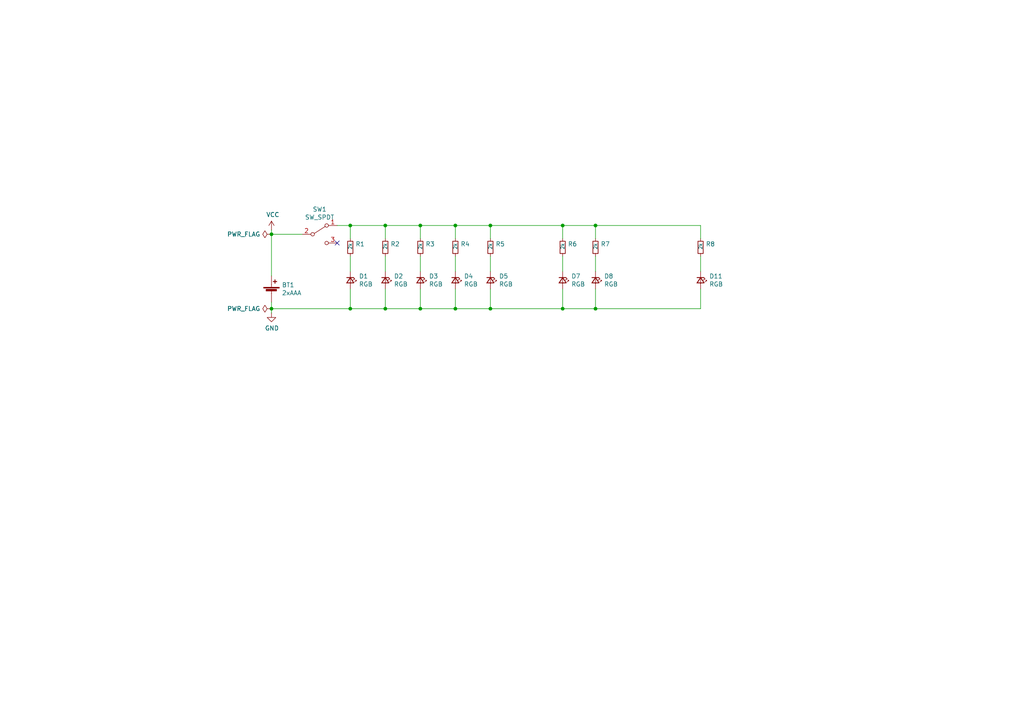
<source format=kicad_sch>
(kicad_sch (version 20211123) (generator eeschema)
  (paper "A4")
  (lib_symbols
    (symbol "Device:Battery_Cell" (pin_numbers hide) (pin_names (offset 0) hide)
      (property "Reference" "BT" (at 2.54 2.54 0))
      (property "Value" "Battery_Cell" (at 2.54 0 0))
      (symbol "Battery_Cell_0_1"
        (rectangle (start -2.286 1.778) (end 2.286 1.524) (fill (type outline)))
        (rectangle (start -1.5748 1.1938) (end 1.4732 0.6858) (fill (type outline)))
        (polyline (pts (xy 0 0.762) (xy 0 0)))
        (polyline (pts (xy 0 1.778) (xy 0 2.54)))
        (polyline (pts (xy 0.508 3.429) (xy 1.524 3.429)) (stroke (width 0.254)))
        (polyline (pts (xy 1.016 3.937) (xy 1.016 2.921)) (stroke (width 0.254)))
      )
      (symbol "Battery_Cell_1_1"
        (pin passive line (at 0 5.08 270) (length 2.54) (name "+") (number "1"))
        (pin passive line (at 0 -2.54 90) (length 2.54) (name "-") (number "2"))
      )
    )
    (symbol "Device:LED_Small" (pin_numbers hide) (pin_names (offset 0.254) hide)
      (property "Reference" "D" (at -1.27 3.175 0))
      (property "Value" "LED_Small" (at -4.445 -2.54 0))
      (symbol "LED_Small_0_1"
        (polyline (pts (xy -0.762 -1.016) (xy -0.762 1.016)) (stroke (width 0.254)))
        (polyline (pts (xy 1.016 0) (xy -0.762 0)))
        (polyline (pts (xy 0.762 -1.016) (xy -0.762 0) (xy 0.762 1.016) (xy 0.762 -1.016)) (stroke (width 0.254)))
        (polyline (pts (xy 0 0.762) (xy -0.508 1.27) (xy -0.254 1.27) (xy -0.508 1.27) (xy -0.508 1.016)))
        (polyline (pts (xy 0.508 1.27) (xy 0 1.778) (xy 0.254 1.778) (xy 0 1.778) (xy 0 1.524)))
      )
      (symbol "LED_Small_1_1"
        (pin passive line (at -2.54 0 0) (length 1.778) (name "K") (number "1"))
        (pin passive line (at 2.54 0 180) (length 1.778) (name "A") (number "2"))
      )
    )
    (symbol "Device:R_Small" (pin_numbers hide) (pin_names (offset 0.254) hide)
      (property "Reference" "R" (at 0.762 0.508 0))
      (property "Value" "R_Small" (at 0.762 -1.016 0))
      (symbol "R_Small_0_1"
        (rectangle (start -0.762 1.778) (end 0.762 -1.778) (stroke (width 0.2032)))
      )
      (symbol "R_Small_1_1"
        (pin passive line (at 0 2.54 270) (length 0.762) (name "~") (number "1"))
        (pin passive line (at 0 -2.54 90) (length 0.762) (name "~") (number "2"))
      )
    )
    (symbol "Switch:SW_SPDT" (pin_names (offset 0) hide)
      (property "Reference" "SW" (at 0 4.318 0))
      (property "Value" "SW_SPDT" (at 0 -5.08 0))
      (symbol "SW_SPDT_0_0"
        (circle (center -2.032 0) (radius 0.508))
        (circle (center 2.032 -2.54) (radius 0.508))
      )
      (symbol "SW_SPDT_0_1"
        (polyline (pts (xy -1.524 0.254) (xy 1.651 2.286)))
        (circle (center 2.032 2.54) (radius 0.508))
      )
      (symbol "SW_SPDT_1_1"
        (pin passive line (at 5.08 2.54 180) (length 2.54) (name "A") (number "1"))
        (pin passive line (at -5.08 0 0) (length 2.54) (name "B") (number "2"))
        (pin passive line (at 5.08 -2.54 180) (length 2.54) (name "C") (number "3"))
      )
    )
    (symbol "power:GND" (power) (pin_names (offset 0))
      (property "Value" "GND" (at 0 -3.81 0))
      (symbol "GND_0_1"
        (polyline (pts (xy 0 0) (xy 0 -1.27) (xy 1.27 -1.27) (xy 0 -2.54) (xy -1.27 -1.27) (xy 0 -1.27)))
      )
      (symbol "GND_1_1"
        (pin power_in line (at 0 0 270) (length 0) hide (name "GND") (number "1"))
      )
    )
    (symbol "power:PWR_FLAG" (power) (pin_numbers hide) (pin_names (offset 0) hide)
      (property "Value" "PWR_FLAG" (at 0 3.81 0))
      (symbol "PWR_FLAG_0_0"
        (pin power_out line (at 0 0 90) (length 0) (name "pwr") (number "1"))
      )
      (symbol "PWR_FLAG_0_1"
        (polyline (pts (xy 0 0) (xy 0 1.27) (xy -1.016 1.905) (xy 0 2.54) (xy 1.016 1.905) (xy 0 1.27)))
      )
    )
    (symbol "power:VCC" (power) (pin_names (offset 0))
      (property "Value" "VCC" (at 0 3.81 0))
      (symbol "VCC_0_1"
        (polyline (pts (xy -0.762 1.27) (xy 0 2.54)))
        (polyline (pts (xy 0 0) (xy 0 2.54)))
        (polyline (pts (xy 0 2.54) (xy 0.762 1.27)))
      )
      (symbol "VCC_1_1"
        (pin power_in line (at 0 0 90) (length 0) hide (name "VCC") (number "1"))
      )
    )
  )
  (junction (at 142.24 89.535))
  (junction (at 101.6 65.405))
  (junction (at 111.76 89.535))
  (junction (at 121.92 89.535))
  (junction (at 172.72 89.535))
  (junction (at 111.76 65.405))
  (junction (at 121.92 65.405))
  (junction (at 142.24 65.405))
  (junction (at 78.74 89.535))
  (junction (at 172.72 65.405))
  (junction (at 78.74 67.945))
  (junction (at 101.6 89.535))
  (junction (at 132.08 89.535))
  (junction (at 163.195 89.535))
  (junction (at 132.08 65.405))
  (junction (at 163.195 65.405))
  (no_connect (at 97.79 70.485))
  (wire (pts (xy 121.92 89.535) (xy 132.08 89.535)))
  (wire (pts (xy 142.24 74.295) (xy 142.24 78.74)))
  (wire (pts (xy 111.76 83.82) (xy 111.76 89.535)))
  (wire (pts (xy 111.76 65.405) (xy 101.6 65.405)))
  (wire (pts (xy 132.08 83.82) (xy 132.08 89.535)))
  (wire (pts (xy 132.08 74.295) (xy 132.08 78.74)))
  (wire (pts (xy 87.63 67.945) (xy 78.74 67.945)))
  (wire (pts (xy 111.76 69.215) (xy 111.76 65.405)))
  (wire (pts (xy 101.6 65.405) (xy 97.79 65.405)))
  (wire (pts (xy 142.24 89.535) (xy 163.195 89.535)))
  (wire (pts (xy 172.72 89.535) (xy 203.2 89.535)))
  (wire (pts (xy 203.2 74.295) (xy 203.2 78.74)))
  (wire (pts (xy 78.74 90.805) (xy 78.74 89.535)))
  (wire (pts (xy 203.2 69.215) (xy 203.2 65.405)))
  (wire (pts (xy 121.92 65.405) (xy 111.76 65.405)))
  (wire (pts (xy 101.6 69.215) (xy 101.6 65.405)))
  (wire (pts (xy 142.24 83.82) (xy 142.24 89.535)))
  (wire (pts (xy 101.6 83.82) (xy 101.6 89.535)))
  (wire (pts (xy 101.6 89.535) (xy 111.76 89.535)))
  (wire (pts (xy 132.08 69.215) (xy 132.08 65.405)))
  (wire (pts (xy 163.195 65.405) (xy 172.72 65.405)))
  (wire (pts (xy 121.92 74.295) (xy 121.92 78.74)))
  (wire (pts (xy 111.76 74.295) (xy 111.76 78.74)))
  (wire (pts (xy 163.195 89.535) (xy 172.72 89.535)))
  (wire (pts (xy 203.2 83.82) (xy 203.2 89.535)))
  (wire (pts (xy 142.24 69.215) (xy 142.24 65.405)))
  (wire (pts (xy 142.24 65.405) (xy 163.195 65.405)))
  (wire (pts (xy 172.72 74.295) (xy 172.72 78.74)))
  (wire (pts (xy 78.74 89.535) (xy 101.6 89.535)))
  (wire (pts (xy 78.74 66.675) (xy 78.74 67.945)))
  (wire (pts (xy 163.195 74.295) (xy 163.195 78.74)))
  (wire (pts (xy 121.92 83.82) (xy 121.92 89.535)))
  (wire (pts (xy 142.24 65.405) (xy 132.08 65.405)))
  (wire (pts (xy 111.76 89.535) (xy 121.92 89.535)))
  (wire (pts (xy 172.72 83.82) (xy 172.72 89.535)))
  (wire (pts (xy 163.195 69.215) (xy 163.195 65.405)))
  (wire (pts (xy 78.74 67.945) (xy 78.74 80.01)))
  (wire (pts (xy 101.6 74.295) (xy 101.6 78.74)))
  (wire (pts (xy 132.08 65.405) (xy 121.92 65.405)))
  (wire (pts (xy 132.08 89.535) (xy 142.24 89.535)))
  (wire (pts (xy 172.72 65.405) (xy 203.2 65.405)))
  (wire (pts (xy 121.92 69.215) (xy 121.92 65.405)))
  (wire (pts (xy 163.195 83.82) (xy 163.195 89.535)))
  (wire (pts (xy 78.74 89.535) (xy 78.74 87.63)))
  (wire (pts (xy 172.72 69.215) (xy 172.72 65.405)))
  (symbol (lib_id "Device:Battery_Cell") (at 78.74 85.09 0) (unit 1)
    (property "Reference" "BT1" (at 81.7372 82.6516 0) (effects (justify left)))
    (property "Value" "2xAAA" (at 81.7372 84.963 0) (effects (justify left)))
    (property "Footprint" "TVZ_kuglica:BAT-2xAAA-horizontalni_padovi" (effects hide))
  )
  (symbol (lib_id "Device:LED_Small") (at 101.6 81.28 270) (unit 1)
    (property "Reference" "D1" (at 104.0892 80.1116 90) (effects (justify left)))
    (property "Value" "RGB" (at 104.0892 82.423 90) (effects (justify left)))
    (property "Footprint" "TVZ_kuglica:LED-0807" (effects hide))
  )
  (symbol (lib_id "Device:LED_Small") (at 111.76 81.28 270) (unit 1)
    (property "Reference" "D2" (at 114.2492 80.1116 90) (effects (justify left)))
    (property "Value" "RGB" (at 114.2492 82.423 90) (effects (justify left)))
    (property "Footprint" "TVZ_kuglica:LED-0807" (effects hide))
  )
  (symbol (lib_id "Device:LED_Small") (at 121.92 81.28 270) (unit 1)
    (property "Reference" "D3" (at 124.4092 80.1116 90) (effects (justify left)))
    (property "Value" "RGB" (at 124.4092 82.423 90) (effects (justify left)))
    (property "Footprint" "TVZ_kuglica:LED-0807" (effects hide))
  )
  (symbol (lib_id "Device:LED_Small") (at 132.08 81.28 270) (unit 1)
    (property "Reference" "D4" (at 134.5692 80.1116 90) (effects (justify left)))
    (property "Value" "RGB" (at 134.5692 82.423 90) (effects (justify left)))
    (property "Footprint" "TVZ_kuglica:LED-0807" (effects hide))
  )
  (symbol (lib_id "Device:LED_Small") (at 142.24 81.28 270) (unit 1)
    (property "Reference" "D5" (at 144.7292 80.1116 90) (effects (justify left)))
    (property "Value" "RGB" (at 144.7292 82.423 90) (effects (justify left)))
    (property "Footprint" "TVZ_kuglica:LED-0807" (effects hide))
  )
  (symbol (lib_id "Device:LED_Small") (at 172.72 81.28 270) (unit 1)
    (property "Reference" "D8" (at 175.2092 80.1116 90) (effects (justify left)))
    (property "Value" "RGB" (at 175.2092 82.423 90) (effects (justify left)))
    (property "Footprint" "TVZ_kuglica:LED-0807" (effects hide))
  )
  (symbol (lib_id "Switch:SW_SPDT") (at 92.71 67.945 0) (unit 1)
    (property "Reference" "SW1" (at 92.71 60.706 0))
    (property "Value" "SW_SPDT" (at 92.71 63.0174 0))
    (property "Footprint" "Button_Switch_SMD:SW_SPDT_PCM12" (effects hide))
  )
  (symbol (lib_id "power:GND") (at 78.74 90.805 0) (unit 1)
    (property "Reference" "#PWR0101" (effects hide))
    (property "Value" "GND" (at 78.867 95.1992 0))
  )
  (symbol (lib_id "power:VCC") (at 78.74 66.675 0) (unit 1)
    (property "Reference" "#PWR0102" (effects hide))
    (property "Value" "VCC" (at 79.121 62.2808 0))
  )
  (symbol (lib_id "Device:LED_Small") (at 163.195 81.28 270) (unit 1)
    (property "Reference" "D7" (at 165.6842 80.1116 90) (effects (justify left)))
    (property "Value" "RGB" (at 165.6842 82.423 90) (effects (justify left)))
    (property "Footprint" "TVZ_kuglica:LED-0807" (effects hide))
  )
  (symbol (lib_id "Device:LED_Small") (at 203.2 81.28 270) (unit 1)
    (property "Reference" "D11" (at 205.6892 80.1116 90) (effects (justify left)))
    (property "Value" "RGB" (at 205.6892 82.423 90) (effects (justify left)))
    (property "Footprint" "TVZ_kuglica:LED-0807" (effects hide))
  )
  (symbol (lib_id "power:PWR_FLAG") (at 78.74 67.945 90) (unit 1)
    (property "Reference" "#FLG0101" (effects hide))
    (property "Value" "PWR_FLAG" (at 75.5142 67.945 90) (effects (justify left)))
  )
  (symbol (lib_id "power:PWR_FLAG") (at 78.74 89.535 90) (unit 1)
    (property "Reference" "#FLG0102" (effects hide))
    (property "Value" "PWR_FLAG" (at 75.5142 89.535 90) (effects (justify left)))
  )
  (symbol (lib_id "Device:R_Small") (at 101.6 71.755 0) (unit 1)
    (property "Reference" "R1" (at 103.0986 70.7898 0) (effects (justify left)))
    (property "Value" "2k" (at 101.6 72.39 90) (effects (font (size 0.9906 0.9906)) (justify left)))
    (property "Footprint" "Resistor_SMD:R_0603_1608Metric" (effects hide))
  )
  (symbol (lib_id "Device:R_Small") (at 111.76 71.755 0) (unit 1)
    (property "Reference" "R2" (at 113.2586 70.7898 0) (effects (justify left)))
    (property "Value" "2k" (at 111.76 72.39 90) (effects (font (size 0.9906 0.9906)) (justify left)))
    (property "Footprint" "Resistor_SMD:R_0603_1608Metric" (effects hide))
  )
  (symbol (lib_id "Device:R_Small") (at 121.92 71.755 0) (unit 1)
    (property "Reference" "R3" (at 123.4186 70.7898 0) (effects (justify left)))
    (property "Value" "2k" (at 121.92 72.39 90) (effects (font (size 0.9906 0.9906)) (justify left)))
    (property "Footprint" "Resistor_SMD:R_0603_1608Metric" (effects hide))
  )
  (symbol (lib_id "Device:R_Small") (at 132.08 71.755 0) (unit 1)
    (property "Reference" "R4" (at 133.5786 70.7898 0) (effects (justify left)))
    (property "Value" "2k" (at 132.08 72.39 90) (effects (font (size 0.9906 0.9906)) (justify left)))
    (property "Footprint" "Resistor_SMD:R_0603_1608Metric" (effects hide))
  )
  (symbol (lib_id "Device:R_Small") (at 142.24 71.755 0) (unit 1)
    (property "Reference" "R5" (at 143.7386 70.7898 0) (effects (justify left)))
    (property "Value" "2k" (at 142.24 72.39 90) (effects (font (size 0.9906 0.9906)) (justify left)))
    (property "Footprint" "Resistor_SMD:R_0603_1608Metric" (effects hide))
  )
  (symbol (lib_id "Device:R_Small") (at 163.195 71.755 0) (unit 1)
    (property "Reference" "R6" (at 164.6936 70.7898 0) (effects (justify left)))
    (property "Value" "2k" (at 163.195 72.39 90) (effects (font (size 0.9906 0.9906)) (justify left)))
    (property "Footprint" "Resistor_SMD:R_0603_1608Metric" (effects hide))
  )
  (symbol (lib_id "Device:R_Small") (at 172.72 71.755 0) (unit 1)
    (property "Reference" "R7" (at 174.2186 70.7898 0) (effects (justify left)))
    (property "Value" "2k" (at 172.72 72.39 90) (effects (font (size 0.9906 0.9906)) (justify left)))
    (property "Footprint" "Resistor_SMD:R_0603_1608Metric" (effects hide))
  )
  (symbol (lib_id "Device:R_Small") (at 203.2 71.755 0) (unit 1)
    (property "Reference" "R8" (at 204.6986 70.7898 0) (effects (justify left)))
    (property "Value" "2k" (at 203.2 72.39 90) (effects (font (size 0.9906 0.9906)) (justify left)))
    (property "Footprint" "Resistor_SMD:R_0603_1608Metric" (effects hide))
  )
)
</source>
